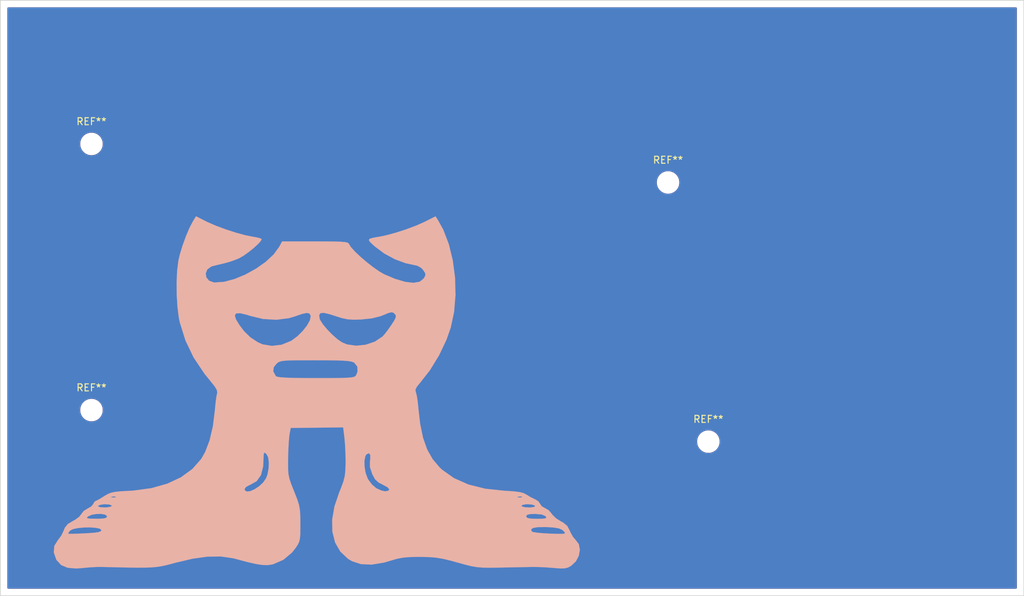
<source format=kicad_pcb>
(kicad_pcb (version 20171130) (host pcbnew "(5.1.12)-1")

  (general
    (thickness 1.6)
    (drawings 6)
    (tracks 0)
    (zones 0)
    (modules 6)
    (nets 1)
  )

  (page A2)
  (layers
    (0 F.Cu signal)
    (31 B.Cu signal)
    (32 B.Adhes user)
    (33 F.Adhes user)
    (34 B.Paste user)
    (35 F.Paste user)
    (36 B.SilkS user)
    (37 F.SilkS user)
    (38 B.Mask user)
    (39 F.Mask user)
    (40 Dwgs.User user)
    (41 Cmts.User user)
    (42 Eco1.User user)
    (43 Eco2.User user)
    (44 Edge.Cuts user)
    (45 Margin user)
    (46 B.CrtYd user)
    (47 F.CrtYd user)
    (48 B.Fab user)
    (49 F.Fab user)
  )

  (setup
    (last_trace_width 0.25)
    (user_trace_width 0.5)
    (trace_clearance 0.2)
    (zone_clearance 0.508)
    (zone_45_only no)
    (trace_min 0.2)
    (via_size 0.8)
    (via_drill 0.4)
    (via_min_size 0.4)
    (via_min_drill 0.3)
    (user_via 0.8 0.4)
    (uvia_size 0.3)
    (uvia_drill 0.1)
    (uvias_allowed no)
    (uvia_min_size 0.2)
    (uvia_min_drill 0.1)
    (edge_width 0.05)
    (segment_width 0.2)
    (pcb_text_width 0.3)
    (pcb_text_size 1.5 1.5)
    (mod_edge_width 0.12)
    (mod_text_size 1 1)
    (mod_text_width 0.15)
    (pad_size 3.5 3.5)
    (pad_drill 3.5)
    (pad_to_mask_clearance 0)
    (aux_axis_origin 0 0)
    (visible_elements 7FFFF7FF)
    (pcbplotparams
      (layerselection 0x011fc_ffffffff)
      (usegerberextensions false)
      (usegerberattributes true)
      (usegerberadvancedattributes true)
      (creategerberjobfile true)
      (excludeedgelayer true)
      (linewidth 0.100000)
      (plotframeref false)
      (viasonmask false)
      (mode 1)
      (useauxorigin false)
      (hpglpennumber 1)
      (hpglpenspeed 20)
      (hpglpendiameter 15.000000)
      (psnegative false)
      (psa4output false)
      (plotreference true)
      (plotvalue true)
      (plotinvisibletext false)
      (padsonsilk false)
      (subtractmaskfromsilk false)
      (outputformat 1)
      (mirror false)
      (drillshape 0)
      (scaleselection 1)
      (outputdirectory "C:/Users/Administrator/Desktop/test2/"))
  )

  (net 0 "")

  (net_class Default "This is the default net class."
    (clearance 0.2)
    (trace_width 0.25)
    (via_dia 0.8)
    (via_drill 0.4)
    (uvia_dia 0.3)
    (uvia_drill 0.1)
  )

  (module Graphics:footboyopposite (layer B.Cu) (tedit 6199F08C) (tstamp 619A4D7B)
    (at 66 65 180)
    (fp_text reference G*** (at 0 0) (layer B.SilkS) hide
      (effects (font (size 1.524 1.524) (thickness 0.3)) (justify mirror))
    )
    (fp_text value LOGO (at 0.75 0) (layer B.SilkS) hide
      (effects (font (size 1.524 1.524) (thickness 0.3)) (justify mirror))
    )
    (fp_poly (pts (xy -4.136192 32.263973) (xy -2.706022 31.838609) (xy -2.454724 31.753021) (xy -1.235242 31.378163)
      (xy -0.244459 31.216038) (xy 0.698829 31.266647) (xy 1.775828 31.529989) (xy 2.454724 31.753021)
      (xy 4.069492 32.24072) (xy 5.374899 32.458816) (xy 6.443672 32.397099) (xy 7.348536 32.045361)
      (xy 8.162217 31.393393) (xy 8.608508 30.889201) (xy 9.055055 30.25684) (xy 9.554599 29.428218)
      (xy 10.045596 28.522284) (xy 10.466501 27.657982) (xy 10.755769 26.95426) (xy 10.852727 26.551845)
      (xy 10.919869 26.201043) (xy 11.095975 25.552248) (xy 11.343065 24.745282) (xy 11.345541 24.737584)
      (xy 11.60264 23.931554) (xy 11.804309 23.286069) (xy 11.907176 22.939964) (xy 11.907471 22.938825)
      (xy 12.128451 22.785154) (xy 12.697506 22.834057) (xy 12.857839 22.867689) (xy 13.626862 23.031551)
      (xy 14.324525 23.168682) (xy 14.380009 23.178737) (xy 15.541916 23.538013) (xy 16.814945 24.178869)
      (xy 18.037008 25.010553) (xy 18.732572 25.615682) (xy 19.880303 26.553244) (xy 20.95526 27.073507)
      (xy 21.932326 27.173567) (xy 22.786385 26.85052) (xy 23.452507 26.16156) (xy 23.854458 25.169854)
      (xy 23.822478 24.021665) (xy 23.356754 22.718049) (xy 22.629257 21.501899) (xy 21.27512 19.732852)
      (xy 19.863866 18.300541) (xy 18.260592 17.086478) (xy 16.337564 15.97588) (xy 14.913977 15.322637)
      (xy 13.20917 14.667532) (xy 11.39958 14.070566) (xy 9.661642 13.591743) (xy 8.716818 13.384221)
      (xy 8.007392 13.221303) (xy 7.525638 13.059791) (xy 7.389091 12.958373) (xy 7.557082 12.657167)
      (xy 7.996928 12.16912) (xy 8.612436 11.58635) (xy 9.307414 11.000976) (xy 9.868115 10.584336)
      (xy 10.771953 10.060494) (xy 11.841068 9.584809) (xy 12.912116 9.21843) (xy 13.821752 9.022503)
      (xy 14.085815 9.005454) (xy 14.731011 8.828693) (xy 15.246199 8.391649) (xy 15.470236 7.834188)
      (xy 15.470909 7.803273) (xy 15.282009 7.314145) (xy 14.759313 7.040916) (xy 13.968824 6.968329)
      (xy 12.976547 7.081123) (xy 11.848488 7.364039) (xy 10.65065 7.801818) (xy 9.449038 8.379199)
      (xy 8.309657 9.080924) (xy 7.603035 9.622237) (xy 6.781992 10.359883) (xy 6.047531 11.101215)
      (xy 5.474473 11.762617) (xy 5.137641 12.26047) (xy 5.08 12.441847) (xy 4.912137 12.534963)
      (xy 4.391432 12.60599) (xy 3.492214 12.656229) (xy 2.188812 12.68698) (xy 0.455553 12.699545)
      (xy -0.013628 12.7) (xy -1.889612 12.690407) (xy -3.312882 12.661348) (xy -4.29215 12.612401)
      (xy -4.836125 12.543144) (xy -4.959394 12.460756) (xy -5.048903 12.2063) (xy -5.410077 11.716939)
      (xy -5.978356 11.074354) (xy -6.388949 10.652145) (xy -8.009236 9.269439) (xy -9.776274 8.168135)
      (xy -11.592058 7.398901) (xy -13.358584 7.012405) (xy -13.445707 7.003866) (xy -14.274548 6.938235)
      (xy -14.760954 6.949913) (xy -15.021569 7.065958) (xy -15.173034 7.313426) (xy -15.213287 7.413871)
      (xy -15.285601 8.097238) (xy -14.937141 8.626656) (xy -14.19135 8.974456) (xy -13.826612 9.050433)
      (xy -12.853545 9.216627) (xy -12.156456 9.380456) (xy -11.553161 9.59755) (xy -10.861477 9.92354)
      (xy -10.698953 10.005458) (xy -10.066344 10.38179) (xy -9.32393 10.905069) (xy -8.567057 11.496649)
      (xy -7.891068 12.077883) (xy -7.391308 12.570123) (xy -7.16312 12.894722) (xy -7.158182 12.926161)
      (xy -7.366829 13.055702) (xy -7.914877 13.221672) (xy -8.685486 13.388945) (xy -8.716818 13.394715)
      (xy -11.179392 13.979926) (xy -13.654251 14.816283) (xy -16.013273 15.849811) (xy -18.128334 17.026536)
      (xy -19.356576 17.876922) (xy -20.018826 18.465869) (xy -20.804701 19.287293) (xy -21.629113 20.237458)
      (xy -22.406976 21.212625) (xy -22.436305 21.25331) (xy -9.221722 21.25331) (xy -8.959616 20.438839)
      (xy -8.716818 20.1554) (xy -7.607865 19.38748) (xy -6.103737 18.733403) (xy -4.261885 18.215334)
      (xy -3.117273 17.995009) (xy -2.133525 17.90112) (xy -0.842982 17.872793) (xy 0.613623 17.903463)
      (xy 2.095557 17.986566) (xy 3.462088 18.115536) (xy 4.572482 18.283808) (xy 4.954577 18.371542)
      (xy 6.480122 18.877157) (xy 7.774909 19.491982) (xy 8.716818 20.1554) (xy 9.151988 20.857256)
      (xy 9.200895 21.809165) (xy 9.097234 22.315948) (xy 9.014536 22.555451) (xy 8.868195 22.653817)
      (xy 8.564892 22.597476) (xy 8.011307 22.372858) (xy 7.310841 22.056181) (xy 6.010654 21.506861)
      (xy 4.819387 21.119111) (xy 3.60518 20.867989) (xy 2.236173 20.72855) (xy 0.580506 20.675853)
      (xy 0 20.673228) (xy -1.769006 20.704491) (xy -3.211246 20.814908) (xy -4.458581 21.029422)
      (xy -5.642872 21.372977) (xy -6.895978 21.870517) (xy -7.310841 22.056181) (xy -8.137213 22.427876)
      (xy -8.637301 22.620242) (xy -8.904426 22.646849) (xy -9.031905 22.521267) (xy -9.097233 22.315948)
      (xy -9.221722 21.25331) (xy -22.436305 21.25331) (xy -23.053202 22.109058) (xy -23.482706 22.823018)
      (xy -23.565056 23.007881) (xy -23.863745 24.238446) (xy -23.80659 25.337355) (xy -23.417067 26.237915)
      (xy -22.718652 26.873433) (xy -22.121081 27.1101) (xy -21.330834 27.193955) (xy -20.566703 27.004156)
      (xy -19.740752 26.501577) (xy -18.765043 25.647088) (xy -18.70741 25.591173) (xy -17.64753 24.718699)
      (xy -16.419923 23.957005) (xy -15.189258 23.397996) (xy -14.364306 23.167215) (xy -13.713276 23.063515)
      (xy -12.924694 22.953738) (xy -12.79939 22.937776) (xy -11.859689 22.820125) (xy -11.548362 24.16779)
      (xy -11.356984 24.928954) (xy -11.274905 25.202596) (xy -8.312727 25.202596) (xy -8.109844 24.990195)
      (xy -7.575079 24.694693) (xy -6.819263 24.364454) (xy -5.953225 24.047844) (xy -5.087794 23.793228)
      (xy -5.076893 23.790504) (xy -2.389866 23.328271) (xy 0.453657 23.219456) (xy 3.31063 23.46598)
      (xy 4.417917 23.663025) (xy 5.39169 23.90278) (xy 6.365555 24.208225) (xy 7.238147 24.539291)
      (xy 7.908103 24.855911) (xy 8.27406 25.118018) (xy 8.312727 25.202596) (xy 8.196478 25.661996)
      (xy 7.893764 26.375566) (xy 7.47364 27.212783) (xy 7.00516 28.043128) (xy 6.557376 28.73608)
      (xy 6.236015 29.127878) (xy 5.361102 29.65112) (xy 4.237512 29.801755) (xy 2.890037 29.579319)
      (xy 1.847273 29.21) (xy 1.053275 28.906023) (xy 0.36976 28.696889) (xy 0 28.632727)
      (xy -0.457455 28.719829) (xy -1.167868 28.946297) (xy -1.847273 29.21) (xy -3.334213 29.689048)
      (xy -4.614302 29.794705) (xy -5.662749 29.527436) (xy -6.236015 29.127878) (xy -6.608738 28.663049)
      (xy -7.062762 27.946277) (xy -7.529033 27.108083) (xy -7.938498 26.278987) (xy -8.222102 25.589511)
      (xy -8.312727 25.202596) (xy -11.274905 25.202596) (xy -11.181916 25.512608) (xy -11.085309 25.746363)
      (xy -10.934173 26.094903) (xy -10.72857 26.707147) (xy -10.63652 27.016363) (xy -10.093098 28.487799)
      (xy -9.361959 29.848495) (xy -8.50915 31.004561) (xy -7.600716 31.862108) (xy -6.965353 32.235229)
      (xy -6.180922 32.453203) (xy -5.26618 32.465812) (xy -4.136192 32.263973)) (layer B.Mask) (width 0.01))
    (fp_poly (pts (xy 1.649512 2.118402) (xy 2.4685 1.821954) (xy 3.797258 1.445962) (xy 5.373811 1.262602)
      (xy 7.02597 1.272441) (xy 8.581544 1.476046) (xy 9.689996 1.798181) (xy 10.579226 2.082237)
      (xy 11.106972 2.082016) (xy 11.272702 1.801319) (xy 11.075883 1.243951) (xy 10.515982 0.413714)
      (xy 9.976607 -0.247695) (xy 8.843247 -1.263476) (xy 7.539316 -1.905528) (xy 6.148978 -2.140913)
      (xy 5.310909 -2.073705) (xy 4.009361 -1.663327) (xy 2.851114 -0.89812) (xy 1.773606 0.26753)
      (xy 1.40899 0.771241) (xy 0.94311 1.54443) (xy 0.82153 2.020367) (xy 1.053811 2.208531)
      (xy 1.649512 2.118402)) (layer B.Mask) (width 0.01))
    (fp_poly (pts (xy -10.165592 2.057448) (xy -9.538773 1.821954) (xy -8.822069 1.558283) (xy -8.132927 1.394357)
      (xy -7.326193 1.309417) (xy -6.256712 1.282706) (xy -5.772727 1.283383) (xy -4.591062 1.305795)
      (xy -3.73911 1.371366) (xy -3.085319 1.50062) (xy -2.49814 1.714082) (xy -2.237247 1.834994)
      (xy -1.405726 2.156705) (xy -0.902396 2.170836) (xy -0.72943 1.896897) (xy -0.889003 1.354399)
      (xy -1.383289 0.562853) (xy -2.008107 -0.221341) (xy -3.020458 -1.13003) (xy -4.223937 -1.78071)
      (xy -5.49029 -2.123649) (xy -6.691268 -2.109118) (xy -6.811818 -2.084035) (xy -8.254678 -1.518692)
      (xy -9.558335 -0.534394) (xy -10.6806 0.8363) (xy -10.764161 0.966229) (xy -11.134824 1.668515)
      (xy -11.165828 2.079444) (xy -10.846357 2.206571) (xy -10.165592 2.057448)) (layer B.Mask) (width 0.01))
    (fp_poly (pts (xy -0.033609 -4.620834) (xy 1.33673 -4.636541) (xy 2.631117 -4.665259) (xy 3.763846 -4.706221)
      (xy 4.649209 -4.758657) (xy 5.201497 -4.821798) (xy 5.326089 -4.857215) (xy 5.711721 -5.283789)
      (xy 5.790289 -5.859925) (xy 5.576165 -6.403589) (xy 5.180422 -6.702079) (xy 4.773715 -6.770924)
      (xy 3.985804 -6.831269) (xy 2.897278 -6.87968) (xy 1.588722 -6.912724) (xy 0.140724 -6.926968)
      (xy -0.104906 -6.927273) (xy -1.713614 -6.923614) (xy -2.926117 -6.909091) (xy -3.807994 -6.878387)
      (xy -4.424822 -6.826186) (xy -4.842183 -6.747169) (xy -5.125653 -6.63602) (xy -5.320138 -6.504413)
      (xy -5.680645 -5.980541) (xy -5.686535 -5.402048) (xy -5.365149 -4.929999) (xy -5.024798 -4.764381)
      (xy -4.56032 -4.703499) (xy -3.743254 -4.659472) (xy -2.659308 -4.631531) (xy -1.394191 -4.618908)
      (xy -0.033609 -4.620834)) (layer B.Mask) (width 0.01))
  )

  (module Graphics:footboy (layer B.Cu) (tedit 0) (tstamp 619AFCEC)
    (at 66 66 180)
    (fp_text reference G*** (at 0 0) (layer B.SilkS) hide
      (effects (font (size 1.524 1.524) (thickness 0.3)) (justify mirror))
    )
    (fp_text value LOGO (at 0.75 0) (layer B.SilkS) hide
      (effects (font (size 1.524 1.524) (thickness 0.3)) (justify mirror))
    )
    (fp_poly (pts (xy 17.552188 15.417036) (xy 18.025751 14.506609) (xy 18.531822 13.31051) (xy 19.009184 11.995277)
      (xy 19.396618 10.727444) (xy 19.606313 9.828955) (xy 19.780802 8.42103) (xy 19.858142 6.743867)
      (xy 19.841918 4.957545) (xy 19.735715 3.222146) (xy 19.54312 1.697748) (xy 19.409417 1.039091)
      (xy 18.591977 -1.573086) (xy 17.428164 -3.998078) (xy 15.871533 -6.324816) (xy 15.006545 -7.391573)
      (xy 14.40817 -8.142076) (xy 14.107946 -8.665374) (xy 14.06174 -9.044291) (xy 14.083703 -9.123391)
      (xy 14.177193 -9.559876) (xy 14.28066 -10.315943) (xy 14.375652 -11.250228) (xy 14.399841 -11.545455)
      (xy 14.681342 -13.804347) (xy 15.148388 -15.805058) (xy 15.782098 -17.480287) (xy 16.339633 -18.459788)
      (xy 17.605687 -19.901436) (xy 19.235618 -21.08873) (xy 21.19929 -22.008208) (xy 23.466565 -22.646411)
      (xy 26.007309 -22.989876) (xy 26.554546 -23.022441) (xy 27.733568 -23.087369) (xy 28.564864 -23.166696)
      (xy 29.162413 -23.28491) (xy 29.640196 -23.4665) (xy 30.112195 -23.735954) (xy 30.230952 -23.812302)
      (xy 30.837942 -24.187033) (xy 31.287267 -24.427833) (xy 31.427664 -24.476364) (xy 31.634878 -24.66452)
      (xy 31.733864 -24.887341) (xy 32.029107 -25.254024) (xy 32.556241 -25.559494) (xy 32.55763 -25.560019)
      (xy 33.108485 -25.899792) (xy 33.439731 -26.332024) (xy 33.753019 -26.731529) (xy 34.330343 -27.158962)
      (xy 34.651979 -27.333436) (xy 35.374784 -27.766017) (xy 35.791471 -28.277743) (xy 35.950113 -28.66598)
      (xy 36.304577 -29.41197) (xy 36.788432 -30.070475) (xy 36.816022 -30.098666) (xy 37.302366 -30.885569)
      (xy 37.378897 -31.813316) (xy 37.0415 -32.802106) (xy 36.962462 -32.938467) (xy 36.320722 -33.626474)
      (xy 35.397025 -34.016112) (xy 34.155635 -34.11814) (xy 33.272069 -34.049296) (xy 32.252475 -33.952731)
      (xy 31.212939 -33.897217) (xy 30.595455 -33.891979) (xy 28.507586 -33.941759) (xy 26.818243 -33.977191)
      (xy 25.464256 -33.994654) (xy 24.382457 -33.990528) (xy 23.509677 -33.961192) (xy 22.782749 -33.903028)
      (xy 22.138502 -33.812414) (xy 21.51377 -33.685731) (xy 20.845383 -33.519359) (xy 20.070172 -33.309677)
      (xy 19.973636 -33.283258) (xy 17.557458 -32.714374) (xy 15.439875 -32.421591) (xy 13.552299 -32.400907)
      (xy 11.826147 -32.648326) (xy 11.314546 -32.77843) (xy 9.743558 -33.200014) (xy 8.526152 -33.475098)
      (xy 7.581878 -33.614955) (xy 6.830285 -33.630858) (xy 6.190922 -33.534078) (xy 6.09624 -33.509592)
      (xy 4.637173 -32.880903) (xy 3.409008 -31.852296) (xy 2.894944 -31.207148) (xy 2.582631 -30.739626)
      (xy 2.380374 -30.326622) (xy 2.264556 -29.850889) (xy 2.211558 -29.195184) (xy 2.203418 -28.632727)
      (xy 30.595455 -28.632727) (xy 30.684519 -28.800291) (xy 31.00009 -28.920793) (xy 31.614737 -29.008746)
      (xy 32.601025 -29.078664) (xy 32.904546 -29.094546) (xy 33.88707 -29.137272) (xy 34.683295 -29.159837)
      (xy 35.189887 -29.160001) (xy 35.315346 -29.146775) (xy 35.253903 -28.960405) (xy 35.018986 -28.684957)
      (xy 34.612237 -28.483959) (xy 33.932442 -28.343686) (xy 33.098511 -28.265542) (xy 32.229354 -28.250932)
      (xy 31.443881 -28.301259) (xy 30.861002 -28.417927) (xy 30.599626 -28.602341) (xy 30.595455 -28.632727)
      (xy 2.203418 -28.632727) (xy 2.197766 -28.24226) (xy 2.197944 -27.746927) (xy 2.210105 -26.67)
      (xy 29.787273 -26.67) (xy 29.883425 -26.860469) (xy 30.229257 -26.966618) (xy 30.910834 -27.007168)
      (xy 31.345909 -27.00902) (xy 32.154656 -26.996426) (xy 32.570362 -26.954045) (xy 32.661731 -26.860447)
      (xy 32.497465 -26.694202) (xy 32.456321 -26.662656) (xy 31.968933 -26.446475) (xy 31.313048 -26.333668)
      (xy 30.635087 -26.323833) (xy 30.081475 -26.416567) (xy 29.798632 -26.611467) (xy 29.787273 -26.67)
      (xy 2.210105 -26.67) (xy 2.210856 -26.603543) (xy 2.266463 -25.754573) (xy 2.372451 -25.169091)
      (xy 29.094546 -25.169091) (xy 29.301093 -25.30605) (xy 29.824383 -25.388824) (xy 30.147264 -25.4)
      (xy 30.789058 -25.356084) (xy 31.064636 -25.235495) (xy 31.057273 -25.169091) (xy 30.754516 -25.021495)
      (xy 30.180233 -24.9424) (xy 30.004554 -24.938182) (xy 29.431226 -24.990111) (xy 29.115715 -25.119617)
      (xy 29.094546 -25.169091) (xy 2.372451 -25.169091) (xy 2.397136 -25.032731) (xy 2.635247 -24.270728)
      (xy 2.761874 -23.945899) (xy 28.545992 -23.945899) (xy 28.863636 -23.978086) (xy 29.191442 -23.941799)
      (xy 29.152273 -23.861619) (xy 28.679522 -23.831121) (xy 28.575 -23.861619) (xy 28.545992 -23.945899)
      (xy 2.761874 -23.945899) (xy 3.013167 -23.301277) (xy 3.098916 -23.090909) (xy 3.494459 -22.101163)
      (xy 3.750398 -21.350757) (xy 3.894762 -20.684041) (xy 3.955585 -19.945365) (xy 3.960897 -18.97908)
      (xy 3.960719 -18.967385) (xy 6.703753 -18.967385) (xy 6.735804 -19.842675) (xy 6.898817 -20.703458)
      (xy 7.100813 -21.239034) (xy 7.518676 -21.839292) (xy 8.090883 -22.373511) (xy 8.727334 -22.796822)
      (xy 9.337926 -23.064354) (xy 9.832557 -23.13124) (xy 10.121125 -22.952609) (xy 10.16 -22.762453)
      (xy 9.961908 -22.481801) (xy 9.473546 -22.210988) (xy 9.355704 -22.168555) (xy 8.434445 -21.644513)
      (xy 7.821703 -20.780501) (xy 7.515453 -19.573165) (xy 7.480068 -19.061384) (xy 7.453706 -18.216007)
      (xy 7.420653 -17.750226) (xy 7.353011 -17.582303) (xy 7.222883 -17.630504) (xy 7.042727 -17.78)
      (xy 6.805212 -18.229268) (xy 6.703753 -18.967385) (xy 3.960719 -18.967385) (xy 3.951415 -18.357273)
      (xy 3.917966 -17.217235) (xy 3.862741 -16.156043) (xy 3.794362 -15.315453) (xy 3.74317 -14.933571)
      (xy 3.579091 -14.04987) (xy -3.901231 -13.97) (xy -4.084724 -15.470909) (xy -4.169697 -16.438446)
      (xy -4.228059 -17.637008) (xy -4.24928 -18.83608) (xy -4.248196 -19.05) (xy -4.21867 -20.103974)
      (xy -4.127515 -20.925573) (xy -3.935282 -21.698345) (xy -3.60252 -22.60584) (xy -3.354961 -23.205929)
      (xy -2.659524 -25.245202) (xy -2.33157 -27.147241) (xy -2.364982 -28.878728) (xy -2.753645 -30.406346)
      (xy -3.491445 -31.696777) (xy -4.572266 -32.716703) (xy -5.166773 -33.077419) (xy -6.439193 -33.493814)
      (xy -7.969074 -33.559727) (xy -9.713737 -33.275662) (xy -10.621818 -33.012894) (xy -11.553291 -32.738054)
      (xy -12.416026 -32.568276) (xy -13.37509 -32.482164) (xy -14.595553 -32.458322) (xy -14.893636 -32.459186)
      (xy -16.12231 -32.485523) (xy -17.143781 -32.567067) (xy -18.132805 -32.730202) (xy -19.264143 -33.00131)
      (xy -20.204545 -33.26098) (xy -21.323815 -33.572393) (xy -22.202387 -33.786597) (xy -22.975005 -33.919499)
      (xy -23.77641 -33.987005) (xy -24.741344 -34.005022) (xy -26.004549 -33.989456) (xy -26.323636 -33.983344)
      (xy -27.646679 -33.957542) (xy -28.921177 -33.932957) (xy -30.019375 -33.912034) (xy -30.81352 -33.897221)
      (xy -30.941818 -33.894898) (xy -31.846273 -33.907237) (xy -32.956492 -33.961871) (xy -33.943636 -34.039173)
      (xy -34.878373 -34.111794) (xy -35.504171 -34.097725) (xy -35.968843 -33.978508) (xy -36.420202 -33.735683)
      (xy -36.431665 -33.728456) (xy -37.101582 -33.099746) (xy -37.521971 -32.291642) (xy -37.669353 -31.429825)
      (xy -37.520251 -30.639976) (xy -37.110848 -30.092669) (xy -36.689803 -29.601647) (xy -36.405185 -29.086223)
      (xy -35.546768 -29.086223) (xy -35.35764 -29.153299) (xy -34.876859 -29.170931) (xy -34.03739 -29.152636)
      (xy -33.418139 -29.132799) (xy -32.40733 -29.080786) (xy -31.566501 -29.002166) (xy -31.004663 -28.909132)
      (xy -30.837909 -28.844163) (xy -30.702826 -28.541035) (xy -30.997334 -28.327065) (xy -31.696499 -28.209647)
      (xy -32.775391 -28.196174) (xy -32.994286 -28.204731) (xy -34.012893 -28.275453) (xy -34.683596 -28.393605)
      (xy -35.119839 -28.585788) (xy -35.318214 -28.74967) (xy -35.511281 -28.956186) (xy -35.546768 -29.086223)
      (xy -36.405185 -29.086223) (xy -36.31077 -28.915244) (xy -36.243611 -28.748182) (xy -35.859291 -28.022514)
      (xy -35.254808 -27.534137) (xy -34.966987 -27.387992) (xy -34.289337 -26.963721) (xy -34.177154 -26.854825)
      (xy -32.888156 -26.854825) (xy -32.749216 -26.95985) (xy -32.295386 -27.006523) (xy -31.547364 -27.016364)
      (xy -30.69649 -26.993973) (xy -30.219959 -26.913831) (xy -30.031888 -26.756486) (xy -30.018182 -26.67)
      (xy -30.134338 -26.459054) (xy -30.540727 -26.351717) (xy -31.259908 -26.323637) (xy -32.21794 -26.401417)
      (xy -32.754258 -26.632731) (xy -32.789091 -26.67) (xy -32.888156 -26.854825) (xy -34.177154 -26.854825)
      (xy -33.753999 -26.444072) (xy -33.656085 -26.299462) (xy -33.217764 -25.791599) (xy -32.71095 -25.504187)
      (xy -32.231287 -25.235664) (xy -32.187602 -25.169091) (xy -31.288182 -25.169091) (xy -31.17865 -25.315819)
      (xy -30.676345 -25.392613) (xy -30.378173 -25.4) (xy -29.753774 -25.354695) (xy -29.376408 -25.239914)
      (xy -29.325454 -25.169091) (xy -29.530105 -25.023612) (xy -30.040487 -24.943554) (xy -30.235463 -24.938182)
      (xy -30.850312 -24.991858) (xy -31.244415 -25.125175) (xy -31.288182 -25.169091) (xy -32.187602 -25.169091)
      (xy -32.025071 -24.921406) (xy -31.737022 -24.516724) (xy -31.307192 -24.252682) (xy -30.670196 -23.945998)
      (xy -30.670036 -23.945899) (xy -29.412189 -23.945899) (xy -29.094545 -23.978086) (xy -28.76674 -23.941799)
      (xy -28.805909 -23.861619) (xy -29.27866 -23.831121) (xy -29.383182 -23.861619) (xy -29.412189 -23.945899)
      (xy -30.670036 -23.945899) (xy -30.072574 -23.578384) (xy -29.666862 -23.362479) (xy -29.104 -23.209622)
      (xy -28.287479 -23.102627) (xy -27.12079 -23.024307) (xy -26.900909 -23.013559) (xy -25.042202 -22.815659)
      (xy -10.479272 -22.815659) (xy -10.336893 -23.022702) (xy -9.857736 -23.090046) (xy -9.32316 -22.971103)
      (xy -8.685501 -22.681441) (xy -8.610678 -22.637286) (xy -8.026912 -22.13321) (xy -7.500811 -21.444574)
      (xy -7.398405 -21.261894) (xy -7.105834 -20.459629) (xy -6.95136 -19.559678) (xy -6.941098 -18.707785)
      (xy -7.081159 -18.049695) (xy -7.253079 -17.797061) (xy -7.594715 -17.662826) (xy -7.771549 -17.926831)
      (xy -7.764605 -18.549127) (xy -7.725392 -18.791522) (xy -7.726463 -19.656579) (xy -8.049012 -20.64598)
      (xy -8.44942 -21.380146) (xy -8.954699 -21.848552) (xy -9.585967 -22.168662) (xy -10.224309 -22.5152)
      (xy -10.479272 -22.815659) (xy -25.042202 -22.815659) (xy -24.163772 -22.722131) (xy -21.767589 -22.122322)
      (xy -19.713645 -21.214597) (xy -18.003229 -19.999421) (xy -17.660969 -19.678866) (xy -16.666006 -18.501416)
      (xy -15.886901 -17.117792) (xy -15.301885 -15.46768) (xy -14.889187 -13.490765) (xy -14.641537 -11.313502)
      (xy -14.544697 -10.360466) (xy -14.425049 -9.550019) (xy -14.304143 -9.020109) (xy -14.269945 -8.934698)
      (xy -14.211363 -8.588579) (xy -14.420049 -8.158544) (xy -14.845711 -7.642642) (xy -16.126568 -6.008398)
      (xy -5.950083 -6.008398) (xy -5.764603 -6.480635) (xy -5.666041 -6.621492) (xy -5.502506 -6.729208)
      (xy -5.217104 -6.808206) (xy -4.752937 -6.862912) (xy -4.053111 -6.897747) (xy -3.060728 -6.917136)
      (xy -1.718892 -6.925504) (xy -0.020149 -6.927273) (xy 1.847617 -6.920768) (xy 3.295235 -6.899861)
      (xy 4.364211 -6.86246) (xy 5.096051 -6.806473) (xy 5.532261 -6.729809) (xy 5.708609 -6.638637)
      (xy 6.068463 -5.97357) (xy 6.001381 -5.393434) (xy 5.665442 -4.951723) (xy 5.47133 -4.767237)
      (xy 5.26525 -4.62809) (xy 4.983727 -4.527889) (xy 4.563288 -4.460238) (xy 3.940458 -4.418745)
      (xy 3.051762 -4.397016) (xy 1.833726 -4.388657) (xy 0.222874 -4.387274) (xy 0.061875 -4.387273)
      (xy -1.650664 -4.392239) (xy -2.961325 -4.409719) (xy -3.929968 -4.44359) (xy -4.616453 -4.497727)
      (xy -5.080641 -4.576005) (xy -5.382391 -4.682299) (xy -5.490439 -4.74673) (xy -5.927721 -5.296722)
      (xy -5.950083 -6.008398) (xy -16.126568 -6.008398) (xy -16.28057 -5.811908) (xy -17.576964 -3.693565)
      (xy -18.639136 -1.459843) (xy -19.252906 0.284209) (xy -19.62088 2.019048) (xy -11.410571 2.019048)
      (xy -11.406249 1.741498) (xy -11.195439 1.30714) (xy -10.767692 0.638332) (xy -10.263133 -0.082737)
      (xy -9.79276 -0.689835) (xy -9.508119 -1.002126) (xy -8.411108 -1.726862) (xy -7.111729 -2.168285)
      (xy -5.747521 -2.306374) (xy -4.456028 -2.121109) (xy -3.759296 -1.838939) (xy -3.094686 -1.383848)
      (xy -2.343538 -0.723849) (xy -1.609525 0.031249) (xy -0.996323 0.771641) (xy -0.607605 1.387519)
      (xy -0.538775 1.572088) (xy -0.504107 1.900831) (xy 0.733848 1.900831) (xy 0.844208 1.319927)
      (xy 1.253382 0.579915) (xy 1.879573 -0.216757) (xy 2.640984 -0.96764) (xy 3.455819 -1.570285)
      (xy 3.549323 -1.625494) (xy 4.882223 -2.165989) (xy 6.267117 -2.329957) (xy 7.586435 -2.112412)
      (xy 8.247977 -1.824758) (xy 9.330315 -1.113213) (xy 10.224377 -0.240331) (xy 10.877258 0.618877)
      (xy 11.387537 1.457056) (xy 11.551837 2.015301) (xy 11.358625 2.303552) (xy 10.796367 2.331747)
      (xy 9.85353 2.109827) (xy 9.339767 1.943914) (xy 7.501945 1.504902) (xy 5.62544 1.395842)
      (xy 3.851594 1.618357) (xy 3.001818 1.87113) (xy 1.999713 2.216272) (xy 1.342219 2.364073)
      (xy 0.956868 2.315482) (xy 0.771188 2.071447) (xy 0.733848 1.900831) (xy -0.504107 1.900831)
      (xy -0.485372 2.078485) (xy -0.672191 2.345731) (xy -1.146317 2.382313) (xy -1.954832 2.19672)
      (xy -2.68672 1.959331) (xy -3.710795 1.633783) (xy -4.547599 1.458852) (xy -5.41621 1.404145)
      (xy -6.462967 1.435467) (xy -8.005146 1.594415) (xy -9.245303 1.91081) (xy -9.65517 2.073109)
      (xy -10.364062 2.365206) (xy -10.789627 2.469267) (xy -11.063457 2.400031) (xy -11.240965 2.250723)
      (xy -11.410571 2.019048) (xy -19.62088 2.019048) (xy -19.731364 2.539929) (xy -19.930323 4.959973)
      (xy -19.861727 7.444446) (xy -19.537524 9.893455) (xy -18.969659 12.207103) (xy -18.170078 14.285495)
      (xy -17.416089 15.644258) (xy -17.076407 16.16397) (xy -15.517474 15.378904) (xy -14.31463 14.842574)
      (xy -12.866315 14.300879) (xy -11.350003 13.812338) (xy -9.94317 13.435467) (xy -9.120909 13.269814)
      (xy -8.188493 13.110961) (xy -7.679567 12.961049) (xy -7.561992 12.75368) (xy -7.803625 12.422458)
      (xy -8.372326 11.900986) (xy -8.432504 11.84772) (xy -9.761017 10.858397) (xy -11.267417 10.041114)
      (xy -12.784875 9.477812) (xy -13.626843 9.296464) (xy -14.475384 9.11099) (xy -15.026002 8.806687)
      (xy -15.308111 8.499126) (xy -15.606211 8.04477) (xy -15.624366 7.713953) (xy -15.385348 7.286853)
      (xy -14.817331 6.830008) (xy -13.927785 6.672549) (xy -12.744278 6.811527) (xy -11.294376 7.243987)
      (xy -9.770978 7.888065) (xy -9.043752 8.30533) (xy -8.172094 8.915496) (xy -7.244479 9.642748)
      (xy -6.34938 10.411272) (xy -5.575271 11.145254) (xy -5.010625 11.76888) (xy -4.748115 12.192219)
      (xy -4.666452 12.325359) (xy -4.478135 12.424764) (xy -4.123684 12.495257) (xy -3.543618 12.541659)
      (xy -2.678457 12.568794) (xy -1.468722 12.581481) (xy 0.091471 12.584545) (xy 4.806429 12.584545)
      (xy 5.22492 11.807286) (xy 6.010155 10.728592) (xy 7.142856 9.673896) (xy 8.520084 8.699257)
      (xy 10.038898 7.860734) (xy 11.596359 7.214386) (xy 13.089527 6.816272) (xy 14.415461 6.722453)
      (xy 14.543104 6.732763) (xy 15.223256 6.974161) (xy 15.612242 7.450282) (xy 15.698203 8.031419)
      (xy 15.469282 8.587868) (xy 14.913622 8.989923) (xy 14.754263 9.042612) (xy 14.200415 9.184452)
      (xy 13.429291 9.369478) (xy 13.046364 9.457908) (xy 12.120337 9.721944) (xy 11.185966 10.068205)
      (xy 10.914924 10.189639) (xy 10.303091 10.544622) (xy 9.601809 11.042072) (xy 8.902044 11.603947)
      (xy 8.294761 12.152204) (xy 7.870925 12.6088) (xy 7.721501 12.895693) (xy 7.730013 12.922104)
      (xy 8.005577 13.054812) (xy 8.581144 13.190259) (xy 8.94601 13.247592) (xy 10.030234 13.460584)
      (xy 11.375522 13.826604) (xy 12.828277 14.295378) (xy 14.234904 14.816629) (xy 15.441805 15.340084)
      (xy 15.645141 15.440332) (xy 17.089373 16.171344) (xy 17.552188 15.417036)) (layer B.SilkS) (width 0.01))
  )

  (module MountingHole:MountingHole_2.2mm_M2 (layer F.Cu) (tedit 56D1B4CB) (tstamp 619AFBE4)
    (at 116.25 45)
    (descr "Mounting Hole 2.2mm, no annular, M2")
    (tags "mounting hole 2.2mm no annular m2")
    (attr virtual)
    (fp_text reference REF** (at 0 -3.2) (layer F.SilkS)
      (effects (font (size 1 1) (thickness 0.15)))
    )
    (fp_text value MountingHole_2.2mm_M2 (at 0 3.2) (layer F.Fab)
      (effects (font (size 1 1) (thickness 0.15)))
    )
    (fp_circle (center 0 0) (end 2.45 0) (layer F.CrtYd) (width 0.05))
    (fp_circle (center 0 0) (end 2.2 0) (layer Cmts.User) (width 0.15))
    (fp_text user %R (at 0.3 0) (layer F.Fab)
      (effects (font (size 1 1) (thickness 0.15)))
    )
    (pad 1 np_thru_hole circle (at 0 0) (size 2.2 2.2) (drill 2.2) (layers *.Cu *.Mask))
  )

  (module MountingHole:MountingHole_2.2mm_M2 (layer F.Cu) (tedit 56D1B4CB) (tstamp 619AFBC0)
    (at 122 82)
    (descr "Mounting Hole 2.2mm, no annular, M2")
    (tags "mounting hole 2.2mm no annular m2")
    (attr virtual)
    (fp_text reference REF** (at 0 -3.2) (layer F.SilkS)
      (effects (font (size 1 1) (thickness 0.15)))
    )
    (fp_text value MountingHole_2.2mm_M2 (at 0 3.2) (layer F.Fab)
      (effects (font (size 1 1) (thickness 0.15)))
    )
    (fp_circle (center 0 0) (end 2.45 0) (layer F.CrtYd) (width 0.05))
    (fp_circle (center 0 0) (end 2.2 0) (layer Cmts.User) (width 0.15))
    (fp_text user %R (at 0.3 0) (layer F.Fab)
      (effects (font (size 1 1) (thickness 0.15)))
    )
    (pad 1 np_thru_hole circle (at 0 0) (size 2.2 2.2) (drill 2.2) (layers *.Cu *.Mask))
  )

  (module MountingHole:MountingHole_2.2mm_M2 (layer F.Cu) (tedit 56D1B4CB) (tstamp 619AFB9C)
    (at 34 77.5)
    (descr "Mounting Hole 2.2mm, no annular, M2")
    (tags "mounting hole 2.2mm no annular m2")
    (attr virtual)
    (fp_text reference REF** (at 0 -3.2) (layer F.SilkS)
      (effects (font (size 1 1) (thickness 0.15)))
    )
    (fp_text value MountingHole_2.2mm_M2 (at 0 3.2) (layer F.Fab)
      (effects (font (size 1 1) (thickness 0.15)))
    )
    (fp_circle (center 0 0) (end 2.45 0) (layer F.CrtYd) (width 0.05))
    (fp_circle (center 0 0) (end 2.2 0) (layer Cmts.User) (width 0.15))
    (fp_text user %R (at 0.3 0) (layer F.Fab)
      (effects (font (size 1 1) (thickness 0.15)))
    )
    (pad 1 np_thru_hole circle (at 0 0) (size 2.2 2.2) (drill 2.2) (layers *.Cu *.Mask))
  )

  (module MountingHole:MountingHole_2.2mm_M2 (layer F.Cu) (tedit 56D1B4CB) (tstamp 619AFB78)
    (at 34 39.5)
    (descr "Mounting Hole 2.2mm, no annular, M2")
    (tags "mounting hole 2.2mm no annular m2")
    (attr virtual)
    (fp_text reference REF** (at 0 -3.2) (layer F.SilkS)
      (effects (font (size 1 1) (thickness 0.15)))
    )
    (fp_text value MountingHole_2.2mm_M2 (at 0 3.2) (layer F.Fab)
      (effects (font (size 1 1) (thickness 0.15)))
    )
    (fp_circle (center 0 0) (end 2.45 0) (layer F.CrtYd) (width 0.05))
    (fp_circle (center 0 0) (end 2.2 0) (layer Cmts.User) (width 0.15))
    (fp_text user %R (at 0.3 0) (layer F.Fab)
      (effects (font (size 1 1) (thickness 0.15)))
    )
    (pad 1 np_thru_hole circle (at 0 0) (size 2.2 2.2) (drill 2.2) (layers *.Cu *.Mask))
  )

  (gr_text ULTRA (at 115 93) (layer B.Paste)
    (effects (font (size 3 3) (thickness 0.6)) (justify mirror))
  )
  (gr_text PicoPad+ (at 141 96) (layer B.Mask)
    (effects (font (size 6 6) (thickness 1.2)) (justify mirror))
  )
  (gr_line (start 167 104) (end 21 104) (layer Edge.Cuts) (width 0.1))
  (gr_line (start 167 19) (end 167 104) (layer Edge.Cuts) (width 0.1))
  (gr_line (start 21 19) (end 167 19) (layer Edge.Cuts) (width 0.1))
  (gr_line (start 21 104) (end 21 19) (layer Edge.Cuts) (width 0.1))

  (zone (net 0) (net_name "") (layer B.Cu) (tstamp 6199F2D0) (hatch edge 0.508)
    (connect_pads (clearance 0.508))
    (min_thickness 0.254)
    (fill yes (arc_segments 32) (thermal_gap 0.508) (thermal_bridge_width 0.508))
    (polygon
      (pts
        (xy 166 103) (xy 22 103) (xy 22 20) (xy 166 20)
      )
    )
    (filled_polygon
      (pts
        (xy 165.873 102.873) (xy 22.127 102.873) (xy 22.127 81.829117) (xy 120.265 81.829117) (xy 120.265 82.170883)
        (xy 120.331675 82.506081) (xy 120.462463 82.821831) (xy 120.652337 83.105998) (xy 120.894002 83.347663) (xy 121.178169 83.537537)
        (xy 121.493919 83.668325) (xy 121.829117 83.735) (xy 122.170883 83.735) (xy 122.506081 83.668325) (xy 122.821831 83.537537)
        (xy 123.105998 83.347663) (xy 123.347663 83.105998) (xy 123.537537 82.821831) (xy 123.668325 82.506081) (xy 123.735 82.170883)
        (xy 123.735 81.829117) (xy 123.668325 81.493919) (xy 123.537537 81.178169) (xy 123.347663 80.894002) (xy 123.105998 80.652337)
        (xy 122.821831 80.462463) (xy 122.506081 80.331675) (xy 122.170883 80.265) (xy 121.829117 80.265) (xy 121.493919 80.331675)
        (xy 121.178169 80.462463) (xy 120.894002 80.652337) (xy 120.652337 80.894002) (xy 120.462463 81.178169) (xy 120.331675 81.493919)
        (xy 120.265 81.829117) (xy 22.127 81.829117) (xy 22.127 77.329117) (xy 32.265 77.329117) (xy 32.265 77.670883)
        (xy 32.331675 78.006081) (xy 32.462463 78.321831) (xy 32.652337 78.605998) (xy 32.894002 78.847663) (xy 33.178169 79.037537)
        (xy 33.493919 79.168325) (xy 33.829117 79.235) (xy 34.170883 79.235) (xy 34.506081 79.168325) (xy 34.821831 79.037537)
        (xy 35.105998 78.847663) (xy 35.347663 78.605998) (xy 35.537537 78.321831) (xy 35.668325 78.006081) (xy 35.735 77.670883)
        (xy 35.735 77.329117) (xy 35.668325 76.993919) (xy 35.537537 76.678169) (xy 35.347663 76.394002) (xy 35.105998 76.152337)
        (xy 34.821831 75.962463) (xy 34.506081 75.831675) (xy 34.170883 75.765) (xy 33.829117 75.765) (xy 33.493919 75.831675)
        (xy 33.178169 75.962463) (xy 32.894002 76.152337) (xy 32.652337 76.394002) (xy 32.462463 76.678169) (xy 32.331675 76.993919)
        (xy 32.265 77.329117) (xy 22.127 77.329117) (xy 22.127 44.829117) (xy 114.515 44.829117) (xy 114.515 45.170883)
        (xy 114.581675 45.506081) (xy 114.712463 45.821831) (xy 114.902337 46.105998) (xy 115.144002 46.347663) (xy 115.428169 46.537537)
        (xy 115.743919 46.668325) (xy 116.079117 46.735) (xy 116.420883 46.735) (xy 116.756081 46.668325) (xy 117.071831 46.537537)
        (xy 117.355998 46.347663) (xy 117.597663 46.105998) (xy 117.787537 45.821831) (xy 117.918325 45.506081) (xy 117.985 45.170883)
        (xy 117.985 44.829117) (xy 117.918325 44.493919) (xy 117.787537 44.178169) (xy 117.597663 43.894002) (xy 117.355998 43.652337)
        (xy 117.071831 43.462463) (xy 116.756081 43.331675) (xy 116.420883 43.265) (xy 116.079117 43.265) (xy 115.743919 43.331675)
        (xy 115.428169 43.462463) (xy 115.144002 43.652337) (xy 114.902337 43.894002) (xy 114.712463 44.178169) (xy 114.581675 44.493919)
        (xy 114.515 44.829117) (xy 22.127 44.829117) (xy 22.127 39.329117) (xy 32.265 39.329117) (xy 32.265 39.670883)
        (xy 32.331675 40.006081) (xy 32.462463 40.321831) (xy 32.652337 40.605998) (xy 32.894002 40.847663) (xy 33.178169 41.037537)
        (xy 33.493919 41.168325) (xy 33.829117 41.235) (xy 34.170883 41.235) (xy 34.506081 41.168325) (xy 34.821831 41.037537)
        (xy 35.105998 40.847663) (xy 35.347663 40.605998) (xy 35.537537 40.321831) (xy 35.668325 40.006081) (xy 35.735 39.670883)
        (xy 35.735 39.329117) (xy 35.668325 38.993919) (xy 35.537537 38.678169) (xy 35.347663 38.394002) (xy 35.105998 38.152337)
        (xy 34.821831 37.962463) (xy 34.506081 37.831675) (xy 34.170883 37.765) (xy 33.829117 37.765) (xy 33.493919 37.831675)
        (xy 33.178169 37.962463) (xy 32.894002 38.152337) (xy 32.652337 38.394002) (xy 32.462463 38.678169) (xy 32.331675 38.993919)
        (xy 32.265 39.329117) (xy 22.127 39.329117) (xy 22.127 20.127) (xy 165.873 20.127)
      )
    )
  )
  (zone (net 0) (net_name "") (layer F.Cu) (tstamp 6199F2CD) (hatch edge 0.508)
    (connect_pads (clearance 0.508))
    (min_thickness 0.254)
    (fill yes (arc_segments 32) (thermal_gap 0.508) (thermal_bridge_width 0.508))
    (polygon
      (pts
        (xy 166 103) (xy 22 103) (xy 22 20) (xy 166 20)
      )
    )
    (filled_polygon
      (pts
        (xy 165.873 102.873) (xy 22.127 102.873) (xy 22.127 81.829117) (xy 120.265 81.829117) (xy 120.265 82.170883)
        (xy 120.331675 82.506081) (xy 120.462463 82.821831) (xy 120.652337 83.105998) (xy 120.894002 83.347663) (xy 121.178169 83.537537)
        (xy 121.493919 83.668325) (xy 121.829117 83.735) (xy 122.170883 83.735) (xy 122.506081 83.668325) (xy 122.821831 83.537537)
        (xy 123.105998 83.347663) (xy 123.347663 83.105998) (xy 123.537537 82.821831) (xy 123.668325 82.506081) (xy 123.735 82.170883)
        (xy 123.735 81.829117) (xy 123.668325 81.493919) (xy 123.537537 81.178169) (xy 123.347663 80.894002) (xy 123.105998 80.652337)
        (xy 122.821831 80.462463) (xy 122.506081 80.331675) (xy 122.170883 80.265) (xy 121.829117 80.265) (xy 121.493919 80.331675)
        (xy 121.178169 80.462463) (xy 120.894002 80.652337) (xy 120.652337 80.894002) (xy 120.462463 81.178169) (xy 120.331675 81.493919)
        (xy 120.265 81.829117) (xy 22.127 81.829117) (xy 22.127 77.329117) (xy 32.265 77.329117) (xy 32.265 77.670883)
        (xy 32.331675 78.006081) (xy 32.462463 78.321831) (xy 32.652337 78.605998) (xy 32.894002 78.847663) (xy 33.178169 79.037537)
        (xy 33.493919 79.168325) (xy 33.829117 79.235) (xy 34.170883 79.235) (xy 34.506081 79.168325) (xy 34.821831 79.037537)
        (xy 35.105998 78.847663) (xy 35.347663 78.605998) (xy 35.537537 78.321831) (xy 35.668325 78.006081) (xy 35.735 77.670883)
        (xy 35.735 77.329117) (xy 35.668325 76.993919) (xy 35.537537 76.678169) (xy 35.347663 76.394002) (xy 35.105998 76.152337)
        (xy 34.821831 75.962463) (xy 34.506081 75.831675) (xy 34.170883 75.765) (xy 33.829117 75.765) (xy 33.493919 75.831675)
        (xy 33.178169 75.962463) (xy 32.894002 76.152337) (xy 32.652337 76.394002) (xy 32.462463 76.678169) (xy 32.331675 76.993919)
        (xy 32.265 77.329117) (xy 22.127 77.329117) (xy 22.127 44.829117) (xy 114.515 44.829117) (xy 114.515 45.170883)
        (xy 114.581675 45.506081) (xy 114.712463 45.821831) (xy 114.902337 46.105998) (xy 115.144002 46.347663) (xy 115.428169 46.537537)
        (xy 115.743919 46.668325) (xy 116.079117 46.735) (xy 116.420883 46.735) (xy 116.756081 46.668325) (xy 117.071831 46.537537)
        (xy 117.355998 46.347663) (xy 117.597663 46.105998) (xy 117.787537 45.821831) (xy 117.918325 45.506081) (xy 117.985 45.170883)
        (xy 117.985 44.829117) (xy 117.918325 44.493919) (xy 117.787537 44.178169) (xy 117.597663 43.894002) (xy 117.355998 43.652337)
        (xy 117.071831 43.462463) (xy 116.756081 43.331675) (xy 116.420883 43.265) (xy 116.079117 43.265) (xy 115.743919 43.331675)
        (xy 115.428169 43.462463) (xy 115.144002 43.652337) (xy 114.902337 43.894002) (xy 114.712463 44.178169) (xy 114.581675 44.493919)
        (xy 114.515 44.829117) (xy 22.127 44.829117) (xy 22.127 39.329117) (xy 32.265 39.329117) (xy 32.265 39.670883)
        (xy 32.331675 40.006081) (xy 32.462463 40.321831) (xy 32.652337 40.605998) (xy 32.894002 40.847663) (xy 33.178169 41.037537)
        (xy 33.493919 41.168325) (xy 33.829117 41.235) (xy 34.170883 41.235) (xy 34.506081 41.168325) (xy 34.821831 41.037537)
        (xy 35.105998 40.847663) (xy 35.347663 40.605998) (xy 35.537537 40.321831) (xy 35.668325 40.006081) (xy 35.735 39.670883)
        (xy 35.735 39.329117) (xy 35.668325 38.993919) (xy 35.537537 38.678169) (xy 35.347663 38.394002) (xy 35.105998 38.152337)
        (xy 34.821831 37.962463) (xy 34.506081 37.831675) (xy 34.170883 37.765) (xy 33.829117 37.765) (xy 33.493919 37.831675)
        (xy 33.178169 37.962463) (xy 32.894002 38.152337) (xy 32.652337 38.394002) (xy 32.462463 38.678169) (xy 32.331675 38.993919)
        (xy 32.265 39.329117) (xy 22.127 39.329117) (xy 22.127 20.127) (xy 165.873 20.127)
      )
    )
  )
)

</source>
